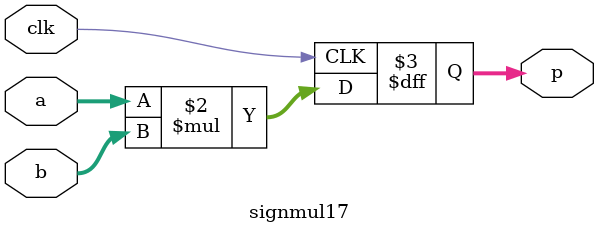
<source format=v>
module signmul17 (
    input clk,

    input      signed [16:0] a,
    input      signed [16:0] b,
    output reg signed [33:0] p
  );

  // Behaviour
  always @(posedge clk) p <= a * b;
endmodule

</source>
